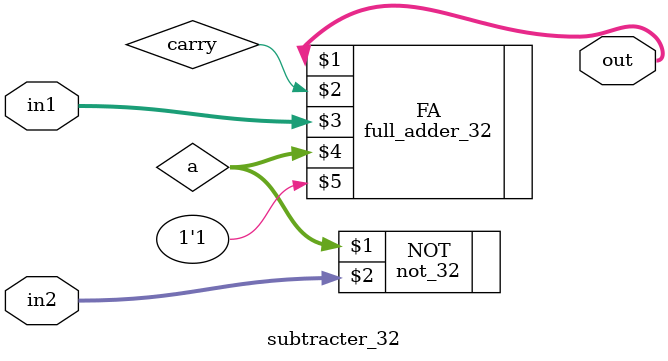
<source format=v>
module subtracter_32 (out, in1, in2);
input [31:0] in1, in2;
output [31:0] out;
wire [31:0] a;
wire carry;

not_32 NOT(a, in2);
full_adder_32 FA(out, carry, in1, a, 1'b1);

endmodule

</source>
